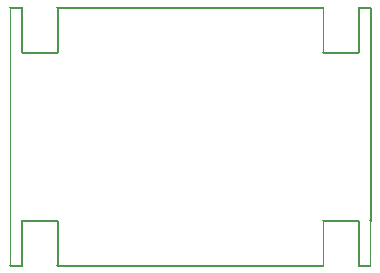
<source format=gbp>
G04*
G04 #@! TF.GenerationSoftware,Altium Limited,Altium Designer,20.0.10 (225)*
G04*
G04 Layer_Color=128*
%FSLAX25Y25*%
%MOIN*%
G70*
G01*
G75*
%ADD16C,0.00300*%
D16*
X120229Y71000D02*
G03*
X120079Y71150I-150J0D01*
G01*
X120229Y71000D02*
G03*
X120079Y71150I-150J0D01*
G01*
X116142D02*
G03*
X115992Y71000I0J-150D01*
G01*
X119929Y132D02*
G03*
X119850Y-0I71J-132D01*
G01*
X116142Y55952D02*
G03*
X116292Y56102I0J150D01*
G01*
X116142Y55952D02*
G03*
X116292Y56102I0J150D01*
G01*
X116142Y71150D02*
G03*
X115992Y71000I0J-150D01*
G01*
X104481Y71000D02*
G03*
X104331Y71150I-150J0D01*
G01*
X104481Y71000D02*
G03*
X104331Y71150I-150J0D01*
G01*
X104181Y56102D02*
G03*
X104331Y55952I150J0D01*
G01*
X104181Y56102D02*
G03*
X104331Y55952I150J0D01*
G01*
Y150D02*
G03*
X104181Y0I0J-150D01*
G01*
X120150Y-132D02*
G03*
X120229Y-0I-71J132D01*
G01*
X120150Y-132D02*
G03*
X120229Y-0I-71J132D01*
G01*
X119929Y132D02*
G03*
X119850Y-0I71J-132D01*
G01*
X120000Y-15150D02*
G03*
X120150Y-15000I0J150D01*
G01*
X120000Y-15150D02*
G03*
X120150Y-15000I0J150D01*
G01*
X116292Y-0D02*
G03*
X116142Y150I-150J0D01*
G01*
X116292Y-0D02*
G03*
X116142Y150I-150J0D01*
G01*
X104331Y150D02*
G03*
X104181Y0I0J-150D01*
G01*
X115992Y-15000D02*
G03*
X116142Y-15150I150J0D01*
G01*
X115992Y-15000D02*
G03*
X116142Y-15150I150J0D01*
G01*
X104331Y-15150D02*
G03*
X104481Y-15000I0J150D01*
G01*
X15748Y71150D02*
G03*
X15598Y71000I0J-150D01*
G01*
X15748Y71150D02*
G03*
X15598Y71000I0J-150D01*
G01*
X15748Y55952D02*
G03*
X15898Y56102I0J150D01*
G01*
X15748Y55952D02*
G03*
X15898Y56102I0J150D01*
G01*
X4087Y71000D02*
G03*
X3937Y71150I-150J0D01*
G01*
X4087Y71000D02*
G03*
X3937Y71150I-150J0D01*
G01*
X-0D02*
G03*
X-150Y71000I0J-150D01*
G01*
X-0Y71150D02*
G03*
X-150Y71000I0J-150D01*
G01*
X3787Y56102D02*
G03*
X3937Y55952I150J0D01*
G01*
X3787Y56102D02*
G03*
X3937Y55952I150J0D01*
G01*
Y150D02*
G03*
X3787Y0I0J-150D01*
G01*
X15898D02*
G03*
X15748Y150I-150J0D01*
G01*
X15898Y0D02*
G03*
X15748Y150I-150J0D01*
G01*
X104331Y-15150D02*
G03*
X104481Y-15000I0J150D01*
G01*
X15598Y-15000D02*
G03*
X15748Y-15150I150J0D01*
G01*
X15598Y-15000D02*
G03*
X15748Y-15150I150J0D01*
G01*
X3937Y150D02*
G03*
X3787Y0I0J-150D01*
G01*
X-150Y-15000D02*
G03*
X-0Y-15150I150J0D01*
G01*
X3937D02*
G03*
X4087Y-15000I0J150D01*
G01*
X3937Y-15150D02*
G03*
X4087Y-15000I0J150D01*
G01*
X-150D02*
G03*
X-0Y-15150I150J0D01*
G01*
X120229Y-0D02*
Y71000D01*
X116142Y71150D02*
X120079D01*
X116292Y56102D02*
Y70850D01*
X119929D01*
X115992Y56252D02*
Y71000D01*
X104481Y56252D02*
Y71000D01*
X104331Y55952D02*
X116142D01*
X104481Y56252D02*
X115992D01*
X104331Y150D02*
X116142Y150D01*
X120150Y-15000D02*
Y-132D01*
X119929Y132D02*
Y70850D01*
X119850Y-14850D02*
Y-0D01*
X116142Y-15150D02*
X120000D01*
X116292Y-14850D02*
X119850D01*
X116292D02*
Y-0D01*
X104481Y-15000D02*
X104481Y-150D01*
X115992Y-15000D02*
Y-150D01*
X104481Y-150D02*
X115992Y-150D01*
X15898Y70850D02*
X104181Y70850D01*
X15748Y71150D02*
X104331Y71150D01*
X104181Y56102D02*
Y70850D01*
X15898Y56102D02*
Y70850D01*
X15598Y56252D02*
Y71000D01*
X3937Y55952D02*
X15748D01*
X4087Y56252D02*
X15598D01*
X3937Y150D02*
X15748D01*
X4087Y56252D02*
Y71000D01*
X-0Y71150D02*
X3937D01*
X3787Y56102D02*
Y70850D01*
X150D02*
X3787D01*
X104181Y-14850D02*
X104181Y0D01*
X15898Y-14850D02*
X15898Y0D01*
X15598Y-15000D02*
X15598Y-150D01*
X15898Y-14850D02*
X104181Y-14850D01*
X15748Y-15150D02*
X104331Y-15150D01*
X4087Y-150D02*
X15598D01*
X4087Y-15000D02*
Y-150D01*
X3787Y-14850D02*
Y0D01*
X150Y70850D02*
X150Y-14850D01*
X-150Y71000D02*
X-150Y-15000D01*
X-0Y-15150D02*
X3937D01*
X150Y-14850D02*
X3787D01*
M02*

</source>
